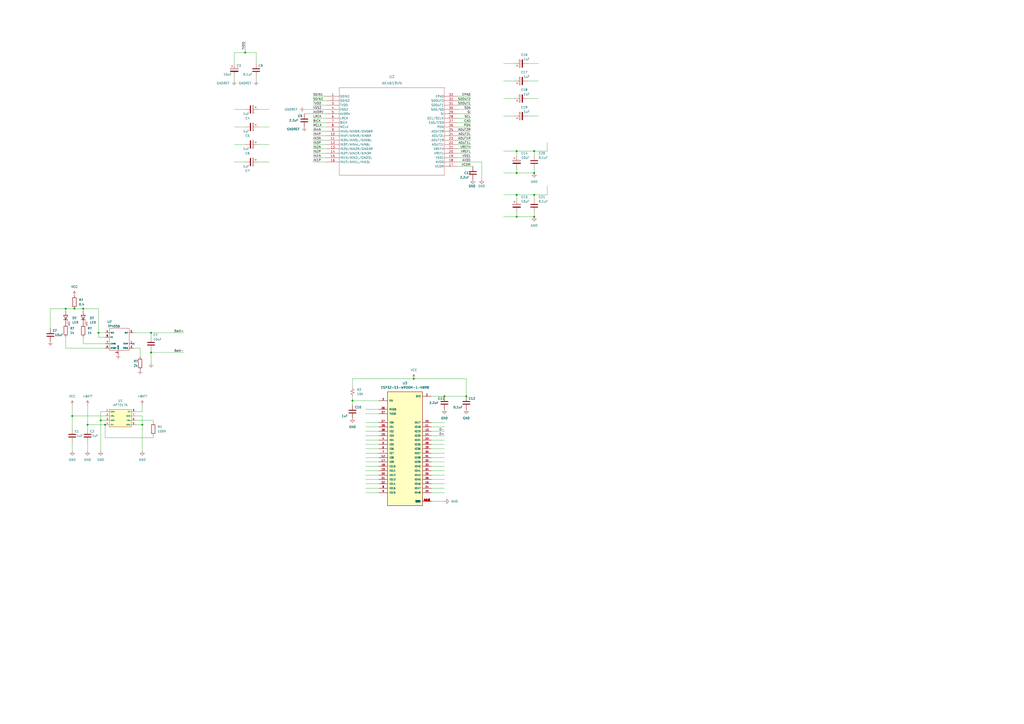
<source format=kicad_sch>
(kicad_sch (version 20211123) (generator eeschema)
  (paper "A2")
  (lib_symbols
    (symbol "2023-04-28_16-08-41:AK4619VN" (pin_names (offset 0.254))
      (property "Reference" "U" (at 38.1 10.16 0))
      (property "Value" "AK4619VN" (at 38.1 7.62 0))
      (symbol "AK4619VN_0_1"
        (polyline (pts (xy 7.62 -45.72) (xy 68.58 -45.72)) (stroke (width 0.127)))
        (polyline (pts (xy 7.62 5.08) (xy 7.62 -45.72)) (stroke (width 0.127)))
        (polyline (pts (xy 68.58 -45.72) (xy 68.58 5.08)) (stroke (width 0.127)))
        (polyline (pts (xy 68.58 5.08) (xy 7.62 5.08)) (stroke (width 0.127)))
        (pin unspecified line (at 0 0 0) (length 7.62) (name "SDIN1") (number "1"))
        (pin unspecified line (at 0 -22.86 0) (length 7.62) (name "IN4P/AIN4R/AIN6R") (number "10"))
        (pin unspecified line (at 0 -25.4 0) (length 7.62) (name "IN3N/AIN5L/GND6L") (number "11"))
        (pin unspecified line (at 0 -27.94 0) (length 7.62) (name "IN3P/AIN4L/AIN6L") (number "12"))
        (pin unspecified line (at 0 -30.48 0) (length 7.62) (name "IN2N/AIN2R/GND3R") (number "13"))
        (pin unspecified line (at 0 -33.02 0) (length 7.62) (name "IN2P/AIN1R/AIN3R") (number "14"))
        (pin unspecified line (at 0 -35.56 0) (length 7.62) (name "IN1N/AIN2L/GND3L") (number "15"))
        (pin unspecified line (at 0 -38.1 0) (length 7.62) (name "IN1P/AIN1L/AIN3L") (number "16"))
        (pin unspecified line (at 76.2 -40.64 180) (length 7.62) (name "VCOM") (number "17"))
        (pin unspecified line (at 76.2 -38.1 180) (length 7.62) (name "AVDD") (number "18"))
        (pin unspecified line (at 76.2 -35.56 180) (length 7.62) (name "VSS1") (number "19"))
        (pin unspecified line (at 0 -2.54 0) (length 7.62) (name "SDIN2") (number "2"))
        (pin unspecified line (at 76.2 -33.02 180) (length 7.62) (name "VREFL") (number "20"))
        (pin unspecified line (at 76.2 -30.48 180) (length 7.62) (name "VREFH") (number "21"))
        (pin unspecified line (at 76.2 -27.94 180) (length 7.62) (name "AOUT1L") (number "22"))
        (pin unspecified line (at 76.2 -25.4 180) (length 7.62) (name "AOUT1R") (number "23"))
        (pin unspecified line (at 76.2 -22.86 180) (length 7.62) (name "AOUT2L") (number "24"))
        (pin unspecified line (at 76.2 -20.32 180) (length 7.62) (name "AOUT2R") (number "25"))
        (pin unspecified line (at 76.2 -17.78 180) (length 7.62) (name "PDN") (number "26"))
        (pin unspecified line (at 76.2 -15.24 180) (length 7.62) (name "CAD/CSN") (number "27"))
        (pin unspecified line (at 76.2 -12.7 180) (length 7.62) (name "SCL/SCLK") (number "28"))
        (pin unspecified line (at 76.2 -10.16 180) (length 7.62) (name "SI") (number "29"))
        (pin unspecified line (at 0 -5.08 0) (length 7.62) (name "TVDD") (number "3"))
        (pin unspecified line (at 76.2 -7.62 180) (length 7.62) (name "SDA/SO") (number "30"))
        (pin unspecified line (at 76.2 -5.08 180) (length 7.62) (name "SDOUT1") (number "31"))
        (pin unspecified line (at 76.2 -2.54 180) (length 7.62) (name "SDOUT2") (number "32"))
        (pin unspecified line (at 76.2 0 180) (length 7.62) (name "EPAD") (number "33"))
        (pin unspecified line (at 0 -7.62 0) (length 7.62) (name "VSS2") (number "4"))
        (pin unspecified line (at 0 -10.16 0) (length 7.62) (name "AVDRV") (number "5"))
        (pin unspecified line (at 0 -12.7 0) (length 7.62) (name "LRCK") (number "6"))
        (pin unspecified line (at 0 -15.24 0) (length 7.62) (name "BICK") (number "7"))
        (pin unspecified line (at 0 -17.78 0) (length 7.62) (name "MCLK") (number "8"))
        (pin unspecified line (at 0 -20.32 0) (length 7.62) (name "IN4N/AIN5R/GND6R") (number "9"))
      )
    )
    (symbol "AP7217A:AP7217A"
      (property "Reference" "U1" (at 2.54 12.7 0))
      (property "Value" "AP7217A" (at 2.54 10.16 0))
      (symbol "AP7217A_0_1"
        (rectangle (start -3.81 7.62) (end 8.89 -2.54) (fill (type background)))
      )
      (symbol "AP7217A_1_1"
        (pin unspecified line (at -6.35 6.35 0) (length 2.54) (name "GND") (number "1"))
        (pin unspecified line (at -6.35 3.81 0) (length 2.54) (name "VRo") (number "2"))
        (pin unspecified line (at -6.35 1.27 0) (length 2.54) (name "GND") (number "3"))
        (pin unspecified line (at -6.35 -1.27 0) (length 2.54) (name "Vin") (number "4"))
        (pin unspecified line (at 11.43 -1.27 180) (length 2.54) (name "GND") (number "5"))
        (pin unspecified line (at 11.43 1.27 180) (length 2.54) (name "VDo") (number "6"))
        (pin unspecified line (at 11.43 3.81 180) (length 2.54) (name "GND") (number "7"))
        (pin unspecified line (at 11.43 6.35 180) (length 2.54) (name "EN") (number "8"))
      )
    )
    (symbol "Device:C" (pin_numbers hide) (pin_names (offset 0.254))
      (property "Reference" "C" (at 0.635 2.54 0))
      (property "Value" "C" (at 0.635 -2.54 0))
      (symbol "C_0_1"
        (polyline (pts (xy -2.032 -0.762) (xy 2.032 -0.762)) (stroke (width 0.508)))
        (polyline (pts (xy -2.032 0.762) (xy 2.032 0.762)) (stroke (width 0.508)))
      )
      (symbol "C_1_1"
        (pin passive line (at 0 3.81 270) (length 2.794) (name "~") (number "1"))
        (pin passive line (at 0 -3.81 90) (length 2.794) (name "~") (number "2"))
      )
    )
    (symbol "Device:C_Polarized" (pin_numbers hide) (pin_names (offset 0.254))
      (property "Reference" "C" (at 0.635 2.54 0))
      (property "Value" "C_Polarized" (at 0.635 -2.54 0))
      (symbol "C_Polarized_0_1"
        (rectangle (start -2.286 0.508) (end 2.286 1.016))
        (polyline (pts (xy -1.778 2.286) (xy -0.762 2.286)))
        (polyline (pts (xy -1.27 2.794) (xy -1.27 1.778)))
        (rectangle (start 2.286 -0.508) (end -2.286 -1.016) (fill (type outline)))
      )
      (symbol "C_Polarized_1_1"
        (pin passive line (at 0 3.81 270) (length 2.794) (name "~") (number "1"))
        (pin passive line (at 0 -3.81 90) (length 2.794) (name "~") (number "2"))
      )
    )
    (symbol "Device:LED" (pin_numbers hide) (pin_names (offset 1.016) hide)
      (property "Reference" "D" (at 0 2.54 0))
      (property "Value" "LED" (at 0 -2.54 0))
      (symbol "LED_0_1"
        (polyline (pts (xy -1.27 -1.27) (xy -1.27 1.27)) (stroke (width 0.254)))
        (polyline (pts (xy -1.27 0) (xy 1.27 0)))
        (polyline (pts (xy 1.27 -1.27) (xy 1.27 1.27) (xy -1.27 0) (xy 1.27 -1.27)) (stroke (width 0.254)))
        (polyline (pts (xy -3.048 -0.762) (xy -4.572 -2.286) (xy -3.81 -2.286) (xy -4.572 -2.286) (xy -4.572 -1.524)))
        (polyline (pts (xy -1.778 -0.762) (xy -3.302 -2.286) (xy -2.54 -2.286) (xy -3.302 -2.286) (xy -3.302 -1.524)))
      )
      (symbol "LED_1_1"
        (pin passive line (at -3.81 0 0) (length 2.54) (name "K") (number "1"))
        (pin passive line (at 3.81 0 180) (length 2.54) (name "A") (number "2"))
      )
    )
    (symbol "Device:R" (pin_numbers hide) (pin_names (offset 0))
      (property "Reference" "R" (at 2.032 0 90))
      (property "Value" "R" (at 0 0 90))
      (symbol "R_0_1"
        (rectangle (start -1.016 -2.54) (end 1.016 2.54) (stroke (width 0.254)))
      )
      (symbol "R_1_1"
        (pin passive line (at 0 3.81 270) (length 1.27) (name "~") (number "1"))
        (pin passive line (at 0 -3.81 90) (length 1.27) (name "~") (number "2"))
      )
    )
    (symbol "Device:R_Small_US" (pin_numbers hide) (pin_names (offset 0.254) hide)
      (property "Reference" "R" (at 0.762 0.508 0))
      (property "Value" "R_Small_US" (at 0.762 -1.016 0))
      (symbol "R_Small_US_1_1"
        (polyline (pts (xy 0 0) (xy 1.016 -0.381) (xy 0 -0.762) (xy -1.016 -1.143) (xy 0 -1.524)))
        (polyline (pts (xy 0 1.524) (xy 1.016 1.143) (xy 0 0.762) (xy -1.016 0.381) (xy 0 0)))
        (pin passive line (at 0 2.54 270) (length 1.016) (name "~") (number "1"))
        (pin passive line (at 0 -2.54 90) (length 1.016) (name "~") (number "2"))
      )
    )
    (symbol "ESP32-S3-WROOM-1-N8R8:ESP32-S3-WROOM-1-N8R8" (pin_names (offset 1.016))
      (property "Reference" "U" (at -10.16 34.1122 0))
      (property "Value" "ESP32-S3-WROOM-1-N8R8" (at -10.16 -35.56 0))
      (symbol "ESP32-S3-WROOM-1-N8R8_0_0"
        (rectangle (start -10.16 -33.02) (end 10.16 33.02) (stroke (width 0.254)) (fill (type background)))
        (pin power_in line (at 15.24 -30.48 180) (length 5.08) (name "GND") (number "1"))
        (pin bidirectional line (at 15.24 15.24 180) (length 5.08) (name "IO17") (number "10"))
        (pin bidirectional line (at 15.24 12.7 180) (length 5.08) (name "IO18") (number "11"))
        (pin bidirectional line (at -15.24 -5.08 0) (length 5.08) (name "IO8") (number "12"))
        (pin bidirectional line (at 15.24 10.16 180) (length 5.08) (name "IO19") (number "13"))
        (pin bidirectional line (at 15.24 7.62 180) (length 5.08) (name "IO20") (number "14"))
        (pin bidirectional line (at -15.24 7.62 0) (length 5.08) (name "IO3") (number "15"))
        (pin bidirectional line (at 15.24 -20.32 180) (length 5.08) (name "IO46") (number "16"))
        (pin bidirectional line (at -15.24 -7.62 0) (length 5.08) (name "IO9") (number "17"))
        (pin bidirectional line (at -15.24 -10.16 0) (length 5.08) (name "IO10") (number "18"))
        (pin bidirectional line (at -15.24 -12.7 0) (length 5.08) (name "IO11") (number "19"))
        (pin power_in line (at 15.24 30.48 180) (length 5.08) (name "3V3") (number "2"))
        (pin bidirectional line (at -15.24 -15.24 0) (length 5.08) (name "IO12") (number "20"))
        (pin bidirectional line (at -15.24 -17.78 0) (length 5.08) (name "IO13") (number "21"))
        (pin bidirectional line (at -15.24 -20.32 0) (length 5.08) (name "IO14") (number "22"))
        (pin bidirectional line (at 15.24 5.08 180) (length 5.08) (name "IO21") (number "23"))
        (pin bidirectional line (at 15.24 -22.86 180) (length 5.08) (name "IO47") (number "24"))
        (pin bidirectional line (at 15.24 -25.4 180) (length 5.08) (name "IO48") (number "25"))
        (pin bidirectional line (at 15.24 -17.78 180) (length 5.08) (name "IO45") (number "26"))
        (pin bidirectional line (at -15.24 15.24 0) (length 5.08) (name "IO0") (number "27"))
        (pin bidirectional line (at 15.24 2.54 180) (length 5.08) (name "IO35") (number "28"))
        (pin bidirectional line (at 15.24 0 180) (length 5.08) (name "IO36") (number "29"))
        (pin input line (at -15.24 27.94 0) (length 5.08) (name "EN") (number "3"))
        (pin bidirectional line (at 15.24 -2.54 180) (length 5.08) (name "IO37") (number "30"))
        (pin bidirectional line (at 15.24 -5.08 180) (length 5.08) (name "IO38") (number "31"))
        (pin bidirectional line (at 15.24 -7.62 180) (length 5.08) (name "IO39") (number "32"))
        (pin bidirectional line (at 15.24 -10.16 180) (length 5.08) (name "IO40") (number "33"))
        (pin bidirectional line (at 15.24 -12.7 180) (length 5.08) (name "IO41") (number "34"))
        (pin bidirectional line (at 15.24 -15.24 180) (length 5.08) (name "IO42") (number "35"))
        (pin bidirectional line (at -15.24 22.86 0) (length 5.08) (name "RXD0") (number "36"))
        (pin bidirectional line (at -15.24 20.32 0) (length 5.08) (name "TXD0") (number "37"))
        (pin bidirectional line (at -15.24 10.16 0) (length 5.08) (name "IO2") (number "38"))
        (pin bidirectional line (at -15.24 12.7 0) (length 5.08) (name "IO1") (number "39"))
        (pin bidirectional line (at -15.24 5.08 0) (length 5.08) (name "IO4") (number "4"))
        (pin power_in line (at 15.24 -30.48 180) (length 5.08) (name "GND") (number "40"))
        (pin power_in line (at 15.24 -30.48 180) (length 5.08) (name "GND") (number "41_1"))
        (pin power_in line (at 15.24 -30.48 180) (length 5.08) (name "GND") (number "41_2"))
        (pin power_in line (at 15.24 -30.48 180) (length 5.08) (name "GND") (number "41_3"))
        (pin power_in line (at 15.24 -30.48 180) (length 5.08) (name "GND") (number "41_4"))
        (pin power_in line (at 15.24 -30.48 180) (length 5.08) (name "GND") (number "41_5"))
        (pin power_in line (at 15.24 -30.48 180) (length 5.08) (name "GND") (number "41_6"))
        (pin power_in line (at 15.24 -30.48 180) (length 5.08) (name "GND") (number "41_7"))
        (pin power_in line (at 15.24 -30.48 180) (length 5.08) (name "GND") (number "41_8"))
        (pin power_in line (at 15.24 -30.48 180) (length 5.08) (name "GND") (number "41_9"))
        (pin bidirectional line (at -15.24 2.54 0) (length 5.08) (name "IO5") (number "5"))
        (pin bidirectional line (at -15.24 0 0) (length 5.08) (name "IO6") (number "6"))
        (pin bidirectional line (at -15.24 -2.54 0) (length 5.08) (name "IO7") (number "7"))
        (pin bidirectional line (at -15.24 -22.86 0) (length 5.08) (name "IO15") (number "8"))
        (pin bidirectional line (at -15.24 -25.4 0) (length 5.08) (name "IO16") (number "9"))
      )
    )
    (symbol "power:+BATT" (power) (pin_names (offset 0))
      (property "Value" "+BATT" (at 0 3.556 0))
      (symbol "+BATT_0_1"
        (polyline (pts (xy -0.762 1.27) (xy 0 2.54)))
        (polyline (pts (xy 0 0) (xy 0 2.54)))
        (polyline (pts (xy 0 2.54) (xy 0.762 1.27)))
      )
      (symbol "+BATT_1_1"
        (pin power_in line (at 0 0 90) (length 0) hide (name "+BATT") (number "1"))
      )
    )
    (symbol "power:GND" (power) (pin_names (offset 0))
      (property "Value" "GND" (at 0 -3.81 0))
      (symbol "GND_0_1"
        (polyline (pts (xy 0 0) (xy 0 -1.27) (xy 1.27 -1.27) (xy 0 -2.54) (xy -1.27 -1.27) (xy 0 -1.27)))
      )
      (symbol "GND_1_1"
        (pin power_in line (at 0 0 270) (length 0) hide (name "GND") (number "1"))
      )
    )
    (symbol "power:GNDREF" (power) (pin_names (offset 0))
      (property "Value" "GNDREF" (at 0 -3.81 0))
      (symbol "GNDREF_0_1"
        (polyline (pts (xy -0.635 -1.905) (xy 0.635 -1.905)))
        (polyline (pts (xy -0.127 -2.54) (xy 0.127 -2.54)))
        (polyline (pts (xy 0 -1.27) (xy 0 0)))
        (polyline (pts (xy 1.27 -1.27) (xy -1.27 -1.27)))
      )
      (symbol "GNDREF_1_1"
        (pin power_in line (at 0 0 270) (length 0) hide (name "GNDREF") (number "1"))
      )
    )
    (symbol "power:VCC" (power) (pin_names (offset 0))
      (property "Value" "VCC" (at 0 3.81 0))
      (symbol "VCC_0_1"
        (polyline (pts (xy -0.762 1.27) (xy 0 2.54)))
        (polyline (pts (xy 0 0) (xy 0 2.54)))
        (polyline (pts (xy 0 2.54) (xy 0.762 1.27)))
      )
      (symbol "VCC_1_1"
        (pin power_in line (at 0 0 90) (length 0) hide (name "VCC") (number "1"))
      )
    )
    (symbol "tp4056:TP4056"
      (property "Reference" "U" (at 11.43 3.81 0))
      (property "Value" "TP4056" (at 13.97 1.27 0))
      (symbol "TP4056_0_1"
        (rectangle (start 7.62 -12.7) (end 19.05 0))
      )
      (symbol "TP4056_1_1"
        (pin unspecified line (at 21.59 -8.89 180) (length 2.54) (name "TEMP") (number "1"))
        (pin unspecified line (at 21.59 -11.43 180) (length 2.54) (name "PROG") (number "2"))
        (pin unspecified line (at 12.7 -15.24 90) (length 2.54) (name "GND") (number "3"))
        (pin unspecified line (at 5.08 -2.54 0) (length 2.54) (name "VCC") (number "4"))
        (pin unspecified line (at 21.59 -2.54 180) (length 2.54) (name "BAT") (number "5"))
        (pin unspecified line (at 5.08 -11.43 0) (length 2.54) (name "STDBY") (number "6"))
        (pin unspecified line (at 5.08 -8.89 0) (length 2.54) (name "CHRG") (number "7"))
        (pin unspecified line (at 5.08 -5.08 0) (length 2.54) (name "CE") (number "8"))
      )
    )
  )
  (junction (at 50.8 246.38))
  (junction (at 57.15 193.04))
  (junction (at 309.88 87.63))
  (junction (at 41.91 241.3))
  (junction (at 204.47 232.41))
  (junction (at 309.88 113.03))
  (junction (at 257.81 229.87))
  (junction (at 142.24 30.48))
  (junction (at 60.96 246.38))
  (junction (at 299.72 100.33))
  (junction (at 309.88 100.33))
  (junction (at 38.1 179.07))
  (junction (at 299.72 87.63))
  (junction (at 299.72 125.73))
  (junction (at 309.88 125.73))
  (junction (at 43.18 179.07))
  (junction (at 48.26 179.07))
  (junction (at 270.51 229.87))
  (junction (at 87.63 204.47))
  (junction (at 240.03 219.71))
  (junction (at 299.72 113.03))
  (junction (at 82.55 246.38))
  (junction (at 87.63 193.04))
  (junction (at 58.42 243.84))
  (no_connect (at 77.47 199.39))
  (wire (pts (xy 292.1 57.15) (xy 298.45 57.15)))
  (wire (pts (xy 142.24 63.5) (xy 135.89 63.5)))
  (wire (pts (xy 250.19 285.75) (xy 257.81 285.75)))
  (wire (pts (xy 48.26 195.58) (xy 48.26 199.39)))
  (wire (pts (xy 50.8 246.38) (xy 60.96 246.38)))
  (wire (pts (xy 306.07 57.15) (xy 312.42 57.15)))
  (wire (pts (xy 219.71 252.73) (xy 212.09 252.73)))
  (wire (pts (xy 58.42 243.84) (xy 60.96 243.84)))
  (wire (pts (xy 299.72 113.03) (xy 309.88 113.03)))
  (wire (pts (xy 156.21 93.98) (xy 149.86 93.98)))
  (wire (pts (xy 265.43 68.58) (xy 273.05 68.58)))
  (wire (pts (xy 57.15 193.04) (xy 60.96 193.04)))
  (wire (pts (xy 176.53 66.04) (xy 189.23 66.04)))
  (wire (pts (xy 219.71 273.05) (xy 212.09 273.05)))
  (wire (pts (xy 265.43 55.88) (xy 273.05 55.88)))
  (wire (pts (xy 250.19 278.13) (xy 257.81 278.13)))
  (wire (pts (xy 189.23 76.2) (xy 181.61 76.2)))
  (wire (pts (xy 219.71 270.51) (xy 212.09 270.51)))
  (wire (pts (xy 299.72 125.73) (xy 309.88 125.73)))
  (wire (pts (xy 189.23 71.12) (xy 181.61 71.12)))
  (wire (pts (xy 306.07 67.31) (xy 312.42 67.31)))
  (wire (pts (xy 265.43 91.44) (xy 273.05 91.44)))
  (wire (pts (xy 306.07 46.99) (xy 312.42 46.99)))
  (wire (pts (xy 58.42 243.84) (xy 58.42 261.62)))
  (wire (pts (xy 250.19 270.51) (xy 257.81 270.51)))
  (wire (pts (xy 299.72 123.19) (xy 299.72 125.73)))
  (wire (pts (xy 219.71 285.75) (xy 212.09 285.75)))
  (wire (pts (xy 309.88 113.03) (xy 309.88 115.57)))
  (wire (pts (xy 299.72 87.63) (xy 309.88 87.63)))
  (wire (pts (xy 292.1 36.83) (xy 298.45 36.83)))
  (wire (pts (xy 265.43 60.96) (xy 273.05 60.96)))
  (wire (pts (xy 219.71 278.13) (xy 212.09 278.13)))
  (wire (pts (xy 176.53 63.5) (xy 189.23 63.5)))
  (wire (pts (xy 219.71 262.89) (xy 212.09 262.89)))
  (wire (pts (xy 309.88 100.33) (xy 309.88 97.79)))
  (wire (pts (xy 219.71 283.21) (xy 212.09 283.21)))
  (wire (pts (xy 250.19 255.27) (xy 257.81 255.27)))
  (wire (pts (xy 38.1 201.93) (xy 60.96 201.93)))
  (wire (pts (xy 77.47 201.93) (xy 81.28 201.93)))
  (wire (pts (xy 78.74 241.3) (xy 82.55 241.3)))
  (wire (pts (xy 88.9 254) (xy 60.96 254)))
  (wire (pts (xy 270.51 229.87) (xy 270.51 219.71)))
  (wire (pts (xy 299.72 87.63) (xy 299.72 90.17)))
  (wire (pts (xy 240.03 219.71) (xy 204.47 219.71)))
  (wire (pts (xy 265.43 93.98) (xy 279.4 93.98)))
  (wire (pts (xy 87.63 204.47) (xy 87.63 210.82)))
  (wire (pts (xy 60.96 195.58) (xy 57.15 195.58)))
  (wire (pts (xy 219.71 260.35) (xy 212.09 260.35)))
  (wire (pts (xy 250.19 273.05) (xy 257.81 273.05)))
  (wire (pts (xy 189.23 58.42) (xy 181.61 58.42)))
  (wire (pts (xy 250.19 262.89) (xy 257.81 262.89)))
  (wire (pts (xy 317.5 113.03) (xy 317.5 107.95)))
  (wire (pts (xy 309.88 87.63) (xy 317.5 87.63)))
  (wire (pts (xy 250.19 280.67) (xy 257.81 280.67)))
  (wire (pts (xy 41.91 261.62) (xy 41.91 256.54)))
  (wire (pts (xy 292.1 125.73) (xy 299.72 125.73)))
  (wire (pts (xy 189.23 86.36) (xy 181.61 86.36)))
  (wire (pts (xy 219.71 275.59) (xy 212.09 275.59)))
  (wire (pts (xy 58.42 238.76) (xy 58.42 243.84)))
  (wire (pts (xy 87.63 203.2) (xy 87.63 204.47)))
  (wire (pts (xy 265.43 88.9) (xy 273.05 88.9)))
  (wire (pts (xy 50.8 261.62) (xy 50.8 256.54)))
  (wire (pts (xy 265.43 73.66) (xy 273.05 73.66)))
  (wire (pts (xy 265.43 96.52) (xy 274.32 96.52)))
  (wire (pts (xy 78.74 238.76) (xy 82.55 238.76)))
  (wire (pts (xy 250.19 229.87) (xy 257.81 229.87)))
  (wire (pts (xy 189.23 88.9) (xy 181.61 88.9)))
  (wire (pts (xy 250.19 290.83) (xy 257.81 290.83)))
  (wire (pts (xy 60.96 238.76) (xy 58.42 238.76)))
  (wire (pts (xy 219.71 237.49) (xy 212.09 237.49)))
  (wire (pts (xy 148.59 36.83) (xy 148.59 30.48)))
  (wire (pts (xy 148.59 30.48) (xy 142.24 30.48)))
  (wire (pts (xy 292.1 67.31) (xy 298.45 67.31)))
  (wire (pts (xy 41.91 241.3) (xy 60.96 241.3)))
  (wire (pts (xy 82.55 246.38) (xy 82.55 261.62)))
  (wire (pts (xy 38.1 179.07) (xy 38.1 180.34)))
  (wire (pts (xy 219.71 280.67) (xy 212.09 280.67)))
  (wire (pts (xy 142.24 93.98) (xy 135.89 93.98)))
  (wire (pts (xy 142.24 30.48) (xy 135.89 30.48)))
  (wire (pts (xy 88.9 243.84) (xy 78.74 243.84)))
  (wire (pts (xy 265.43 76.2) (xy 273.05 76.2)))
  (wire (pts (xy 142.24 73.66) (xy 135.89 73.66)))
  (wire (pts (xy 250.19 257.81) (xy 257.81 257.81)))
  (wire (pts (xy 88.9 252.73) (xy 88.9 254)))
  (wire (pts (xy 292.1 113.03) (xy 299.72 113.03)))
  (wire (pts (xy 87.63 204.47) (xy 106.68 204.47)))
  (wire (pts (xy 265.43 66.04) (xy 273.05 66.04)))
  (wire (pts (xy 250.19 247.65) (xy 257.81 247.65)))
  (wire (pts (xy 219.71 245.11) (xy 212.09 245.11)))
  (wire (pts (xy 219.71 250.19) (xy 212.09 250.19)))
  (wire (pts (xy 265.43 78.74) (xy 273.05 78.74)))
  (wire (pts (xy 309.88 87.63) (xy 309.88 90.17)))
  (wire (pts (xy 299.72 97.79) (xy 299.72 100.33)))
  (wire (pts (xy 257.81 229.87) (xy 270.51 229.87)))
  (wire (pts (xy 265.43 58.42) (xy 273.05 58.42)))
  (wire (pts (xy 265.43 63.5) (xy 273.05 63.5)))
  (wire (pts (xy 250.19 252.73) (xy 257.81 252.73)))
  (wire (pts (xy 189.23 73.66) (xy 181.61 73.66)))
  (wire (pts (xy 48.26 199.39) (xy 60.96 199.39)))
  (wire (pts (xy 219.71 255.27) (xy 212.09 255.27)))
  (wire (pts (xy 299.72 113.03) (xy 299.72 115.57)))
  (wire (pts (xy 299.72 100.33) (xy 309.88 100.33)))
  (wire (pts (xy 38.1 179.07) (xy 29.21 179.07)))
  (wire (pts (xy 48.26 179.07) (xy 43.18 179.07)))
  (wire (pts (xy 81.28 201.93) (xy 81.28 207.01)))
  (wire (pts (xy 48.26 179.07) (xy 48.26 180.34)))
  (wire (pts (xy 250.19 260.35) (xy 257.81 260.35)))
  (wire (pts (xy 48.26 179.07) (xy 57.15 179.07)))
  (wire (pts (xy 250.19 265.43) (xy 257.81 265.43)))
  (wire (pts (xy 204.47 219.71) (xy 204.47 224.79)))
  (wire (pts (xy 219.71 257.81) (xy 212.09 257.81)))
  (wire (pts (xy 309.88 113.03) (xy 317.5 113.03)))
  (wire (pts (xy 292.1 87.63) (xy 299.72 87.63)))
  (wire (pts (xy 189.23 60.96) (xy 181.61 60.96)))
  (wire (pts (xy 156.21 63.5) (xy 149.86 63.5)))
  (wire (pts (xy 189.23 78.74) (xy 181.61 78.74)))
  (wire (pts (xy 204.47 232.41) (xy 219.71 232.41)))
  (wire (pts (xy 250.19 275.59) (xy 257.81 275.59)))
  (wire (pts (xy 270.51 219.71) (xy 240.03 219.71)))
  (wire (pts (xy 156.21 73.66) (xy 149.86 73.66)))
  (wire (pts (xy 189.23 81.28) (xy 181.61 81.28)))
  (wire (pts (xy 250.19 245.11) (xy 257.81 245.11)))
  (wire (pts (xy 189.23 83.82) (xy 181.61 83.82)))
  (wire (pts (xy 57.15 193.04) (xy 57.15 179.07)))
  (wire (pts (xy 77.47 193.04) (xy 87.63 193.04)))
  (wire (pts (xy 189.23 68.58) (xy 181.61 68.58)))
  (wire (pts (xy 204.47 229.87) (xy 204.47 232.41)))
  (wire (pts (xy 309.88 125.73) (xy 309.88 123.19)))
  (wire (pts (xy 82.55 241.3) (xy 82.55 246.38)))
  (wire (pts (xy 142.24 24.13) (xy 142.24 30.48)))
  (wire (pts (xy 189.23 91.44) (xy 181.61 91.44)))
  (wire (pts (xy 265.43 71.12) (xy 273.05 71.12)))
  (wire (pts (xy 317.5 87.63) (xy 317.5 82.55)))
  (wire (pts (xy 78.74 246.38) (xy 82.55 246.38)))
  (wire (pts (xy 41.91 241.3) (xy 41.91 248.92)))
  (wire (pts (xy 265.43 81.28) (xy 273.05 81.28)))
  (wire (pts (xy 250.19 283.21) (xy 257.81 283.21)))
  (wire (pts (xy 148.59 44.45) (xy 148.59 46.99)))
  (wire (pts (xy 292.1 100.33) (xy 299.72 100.33)))
  (wire (pts (xy 279.4 93.98) (xy 279.4 104.14)))
  (wire (pts (xy 82.55 238.76) (xy 82.55 234.95)))
  (wire (pts (xy 219.71 240.03) (xy 212.09 240.03)))
  (wire (pts (xy 87.63 193.04) (xy 106.68 193.04)))
  (wire (pts (xy 41.91 234.95) (xy 41.91 241.3)))
  (wire (pts (xy 219.71 265.43) (xy 212.09 265.43)))
  (wire (pts (xy 250.19 250.19) (xy 257.81 250.19)))
  (wire (pts (xy 38.1 195.58) (xy 38.1 201.93)))
  (wire (pts (xy 57.15 195.58) (xy 57.15 193.04)))
  (wire (pts (xy 135.89 30.48) (xy 135.89 36.83)))
  (wire (pts (xy 135.89 44.45) (xy 135.89 46.99)))
  (wire (pts (xy 189.23 55.88) (xy 181.61 55.88)))
  (wire (pts (xy 292.1 46.99) (xy 298.45 46.99)))
  (wire (pts (xy 265.43 83.82) (xy 273.05 83.82)))
  (wire (pts (xy 204.47 232.41) (xy 204.47 234.95)))
  (wire (pts (xy 219.71 247.65) (xy 212.09 247.65)))
  (wire (pts (xy 29.21 179.07) (xy 29.21 190.5)))
  (wire (pts (xy 156.21 83.82) (xy 149.86 83.82)))
  (wire (pts (xy 250.19 267.97) (xy 257.81 267.97)))
  (wire (pts (xy 43.18 179.07) (xy 38.1 179.07)))
  (wire (pts (xy 88.9 245.11) (xy 88.9 243.84)))
  (wire (pts (xy 219.71 267.97) (xy 212.09 267.97)))
  (wire (pts (xy 60.96 254) (xy 60.96 246.38)))
  (wire (pts (xy 87.63 193.04) (xy 87.63 195.58)))
  (wire (pts (xy 189.23 93.98) (xy 181.61 93.98)))
  (wire (pts (xy 306.07 36.83) (xy 312.42 36.83)))
  (wire (pts (xy 50.8 234.95) (xy 50.8 246.38)))
  (wire (pts (xy 50.8 248.92) (xy 50.8 246.38)))
  (wire (pts (xy 142.24 83.82) (xy 135.89 83.82)))
  (wire (pts (xy 265.43 86.36) (xy 273.05 86.36)))
  (label "AOUT1L" (at 273.05 83.82 180))
  (label "AOUT2L" (at 273.05 78.74 180))
  (label "IN2P" (at 181.61 88.9 0))
  (label "IN4N" (at 181.61 76.2 0))
  (label "D-" (at 257.81 250.19 180))
  (label "SDOUT1" (at 273.05 60.96 180))
  (label "IN1P" (at 181.61 93.98 0))
  (label "SDIN2" (at 181.61 58.42 0))
  (label "LRCK" (at 181.61 68.58 0))
  (label "SI" (at 273.05 66.04 180))
  (label "SDA" (at 273.05 63.5 180))
  (label "VREFL" (at 273.05 88.9 180))
  (label "TVDD" (at 142.24 24.13 270))
  (label "EPAD" (at 273.05 55.88 180))
  (label "SDIN1" (at 181.61 55.88 0))
  (label "PDN" (at 273.05 73.66 180))
  (label "IN2N" (at 181.61 86.36 0))
  (label "IN4P" (at 181.61 78.74 0))
  (label "SCL" (at 273.05 68.58 180))
  (label "IN3N" (at 181.61 81.28 0))
  (label "D+" (at 257.81 252.73 180))
  (label "MCLK" (at 181.61 73.66 0))
  (label "AVDRV" (at 181.61 66.04 0))
  (label "AOUT2R" (at 273.05 76.2 180))
  (label "Batt+" (at 106.68 193.04 180))
  (label "IN1N" (at 181.61 91.44 0))
  (label "TVDD" (at 181.61 60.96 0))
  (label "VSS1" (at 273.05 91.44 180))
  (label "AVDD" (at 273.05 93.98 180))
  (label "CAD" (at 273.05 71.12 180))
  (label "VSS2" (at 181.61 63.5 0))
  (label "BICK" (at 181.61 71.12 0))
  (label "VCOM" (at 273.05 96.52 180))
  (label "VREFH" (at 273.05 86.36 180))
  (label "IN3P" (at 181.61 83.82 0))
  (label "AOUT1R" (at 273.05 81.28 180))
  (label "Batt-" (at 106.68 204.47 180))
  (label "SDOUT2" (at 273.05 58.42 180))
  (symbol (lib_id "Device:R") (at 88.9 248.92 0) (unit 1)
    (property "Reference" "R1" (at 91.44 247.6499 0) (effects (justify left)))
    (property "Value" "100K" (at 91.44 250.1899 0) (effects (justify left)))
  )
  (symbol (lib_id "Device:C") (at 274.32 100.33 180) (unit 1)
    (property "Reference" "C13" (at 269.24 100.33 0) (effects (justify right)))
    (property "Value" "2.2uF" (at 266.7 102.87 0) (effects (justify right)))
    (property "Footprint" "Capacitor_SMD:C_0805_2012Metric" (effects hide))
  )
  (symbol (lib_id "Device:C_Polarized") (at 299.72 93.98 0) (unit 1)
    (property "Reference" "C14" (at 302.26 88.9 0) (effects (justify left)))
    (property "Value" "10uF" (at 302.26 91.44 0) (effects (justify left)))
    (property "Footprint" "Capacitor_SMD:C_0805_2012Metric" (effects hide))
  )
  (symbol (lib_id "Device:C") (at 41.91 252.73 180) (unit 1)
    (property "Reference" "C1" (at 43.18 250.19 0) (effects (justify right)))
    (property "Value" "1uF" (at 44.45 252.73 0) (effects (justify right)))
    (property "Footprint" "Capacitor_SMD:C_0805_2012Metric" (effects hide))
  )
  (symbol (lib_id "AP7217A:AP7217A") (at 67.31 245.11 0) (unit 1)
    (property "Reference" "U1" (at 69.85 232.41 0))
    (property "Value" "AP7217A" (at 69.85 234.95 0))
    (property "Footprint" "AP7217A:SOIC127P600X175-8N" (effects hide))
  )
  (symbol (lib_id "Device:LED") (at 48.26 184.15 90) (unit 1)
    (property "Reference" "D?" (at 52.07 184.4674 90) (effects (justify right)))
    (property "Value" "LED" (at 52.07 187.0074 90) (effects (justify right)))
  )
  (symbol (lib_id "Device:C") (at 50.8 252.73 180) (unit 1)
    (property "Reference" "C2" (at 52.07 250.19 0) (effects (justify right)))
    (property "Value" "1uF" (at 53.34 252.73 0) (effects (justify right)))
    (property "Footprint" "Capacitor_SMD:C_0805_2012Metric" (effects hide))
  )
  (symbol (lib_id "power:GND") (at 257.81 290.83 90) (unit 1)
    (property "Reference" "#PWR0120" (effects hide))
    (property "Value" "GND" (at 261.62 290.8299 90) (effects (justify right)))
  )
  (symbol (lib_id "power:GND") (at 270.51 237.49 0) (unit 1)
    (property "Reference" "#PWR0113" (effects hide))
    (property "Value" "GND" (at 270.51 242.57 0))
  )
  (symbol (lib_id "power:GNDREF") (at 176.53 63.5 270) (unit 1)
    (property "Reference" "#PWR0112" (effects hide))
    (property "Value" "GNDREF" (at 172.72 63.4999 90) (effects (justify right)))
  )
  (symbol (lib_id "Device:C") (at 176.53 69.85 180) (unit 1)
    (property "Reference" "C9" (at 172.72 67.31 0) (effects (justify right)))
    (property "Value" "2.2uF" (at 167.64 69.85 0) (effects (justify right)))
    (property "Footprint" "Capacitor_SMD:C_0805_2012Metric" (effects hide))
  )
  (symbol (lib_id "tp4056:TP4056") (at 55.88 190.5 0) (unit 1)
    (property "Reference" "U?" (at 63.5 186.69 0))
    (property "Value" "TP4056" (at 66.04 189.23 0))
    (property "Footprint" "Package_SO:SOP-8_3.9x4.9mm_P1.27mm" (effects hide))
  )
  (symbol (lib_id "Device:C") (at 257.81 233.68 180) (unit 1)
    (property "Reference" "C11" (at 254 231.14 0) (effects (justify right)))
    (property "Value" "2.2uF" (at 248.92 233.68 0) (effects (justify right)))
    (property "Footprint" "Capacitor_SMD:C_0805_2012Metric" (effects hide))
  )
  (symbol (lib_id "Device:C_Polarized") (at 146.05 73.66 270) (unit 1)
    (property "Reference" "C5" (at 142.24 78.74 90) (effects (justify left)))
    (property "Value" "1uF" (at 140.97 76.2 90) (effects (justify left)))
    (property "Footprint" "Capacitor_SMD:C_0805_2012Metric" (effects hide))
  )
  (symbol (lib_id "Device:C_Polarized") (at 146.05 83.82 270) (unit 1)
    (property "Reference" "C6" (at 142.24 88.9 90) (effects (justify left)))
    (property "Value" "1uF" (at 140.97 86.36 90) (effects (justify left)))
    (property "Footprint" "Capacitor_SMD:C_0805_2012Metric" (effects hide))
  )
  (symbol (lib_id "Device:R") (at 38.1 191.77 0) (unit 1)
    (property "Reference" "R?" (at 40.64 190.4999 0) (effects (justify left)))
    (property "Value" "1k" (at 40.64 193.0399 0) (effects (justify left)))
  )
  (symbol (lib_id "ESP32-S3-WROOM-1-N8R8:ESP32-S3-WROOM-1-N8R8") (at 234.95 260.35 0) (unit 1)
    (property "Reference" "U3" (at 234.95 222.25 0))
    (property "Value" "ESP32-S3-WROOM-1-N8R8" (at 234.95 224.79 0))
    (property "Footprint" "ESP32-S3 Module:XCVR_ESP32S3WROOM1N8R8" (effects hide))
    (property "DESCRIPTION" "Bluetooth, WiFi 802.11b/g/n, Bluetooth v5.0 Transceiver Module 2.4GHz PCB Trace Surface Mount" (effects hide))
    (property "MP" "ESP32S3WROOM1N8R8" (effects hide))
    (property "PRICE" "None" (effects hide))
    (property "MF" "Espressif Systems" (effects hide))
    (property "AVAILABILITY" "In Stock" (effects hide))
    (property "PURCHASE-URL" "https://pricing.snapeda.com/search/part/ESP32S3WROOM1N8R8/?ref=eda" (effects hide))
    (property "PACKAGE" "SMD-41 Espressif Systems" (effects hide))
  )
  (symbol (lib_id "2023-04-28_16-08-41:AK4619VN") (at 189.23 55.88 0) (unit 1)
    (property "Reference" "U2" (at 227.33 44.45 0) (effects (font (size 1.524 1.524))))
    (property "Value" "AK4619VN" (at 227.33 48.26 0) (effects (font (size 1.524 1.524))))
    (property "Footprint" "AK4619VN:AK4619VN_AKM" (effects hide))
    (property "Datasheet" "AK4619VN" (effects hide))
  )
  (symbol (lib_id "Device:C") (at 87.63 199.39 180) (unit 1)
    (property "Reference" "C?" (at 88.9 194.31 0) (effects (justify right)))
    (property "Value" "10uF" (at 88.9 196.85 0) (effects (justify right)))
    (property "Footprint" "Capacitor_SMD:C_0805_2012Metric" (effects hide))
  )
  (symbol (lib_id "power:GND") (at 50.8 261.62 0) (unit 1)
    (property "Reference" "#PWR0104" (effects hide))
    (property "Value" "GND" (at 50.8 266.7 0))
  )
  (symbol (lib_id "power:GNDREF") (at 176.53 73.66 0) (unit 1)
    (property "Reference" "#PWR0111" (effects hide))
    (property "Value" "GNDREF" (at 166.37 74.93 0) (effects (justify left)))
  )
  (symbol (lib_id "power:+BATT") (at 82.55 234.95 0) (unit 1)
    (property "Reference" "#PWR0101" (effects hide))
    (property "Value" "+BATT" (at 82.55 229.87 0))
  )
  (symbol (lib_id "Device:C_Polarized") (at 302.26 36.83 90) (unit 1)
    (property "Reference" "C16" (at 306.07 31.75 90) (effects (justify left)))
    (property "Value" "1uF" (at 307.34 34.29 90) (effects (justify left)))
    (property "Footprint" "Capacitor_SMD:C_0805_2012Metric" (effects hide))
  )
  (symbol (lib_id "power:GND") (at 309.88 100.33 0) (unit 1)
    (property "Reference" "#PWR0109" (effects hide))
    (property "Value" "GND" (at 309.88 105.41 0))
  )
  (symbol (lib_id "Device:C") (at 204.47 238.76 180) (unit 1)
    (property "Reference" "C10" (at 205.74 236.22 0) (effects (justify right)))
    (property "Value" "1uF" (at 198.12 241.3 0) (effects (justify right)))
    (property "Footprint" "Capacitor_SMD:C_0805_2012Metric" (effects hide))
  )
  (symbol (lib_id "power:+BATT") (at 50.8 234.95 0) (unit 1)
    (property "Reference" "#PWR0106" (effects hide))
    (property "Value" "+BATT" (at 50.8 229.87 0))
  )
  (symbol (lib_id "Device:C_Polarized") (at 146.05 93.98 270) (unit 1)
    (property "Reference" "C7" (at 142.24 99.06 90) (effects (justify left)))
    (property "Value" "1uF" (at 140.97 96.52 90) (effects (justify left)))
    (property "Footprint" "Capacitor_SMD:C_0805_2012Metric" (effects hide))
  )
  (symbol (lib_id "Device:R") (at 81.28 210.82 180) (unit 1)
    (property "Reference" "R?" (at 77.47 209.55 0) (effects (justify right)))
    (property "Value" "2k" (at 77.47 212.09 0) (effects (justify right)))
  )
  (symbol (lib_id "power:GNDREF") (at 87.63 210.82 0) (unit 1)
    (property "Reference" "#PWR?" (effects hide))
    (property "Value" "GNDREF" (effects hide))
  )
  (symbol (lib_id "Device:R") (at 48.26 191.77 0) (unit 1)
    (property "Reference" "R?" (at 50.8 190.4999 0) (effects (justify left)))
    (property "Value" "1k" (at 50.8 193.0399 0) (effects (justify left)))
  )
  (symbol (lib_id "Device:C_Polarized") (at 302.26 67.31 90) (unit 1)
    (property "Reference" "C19" (at 306.07 62.23 90) (effects (justify left)))
    (property "Value" "1uF" (at 307.34 64.77 90) (effects (justify left)))
    (property "Footprint" "Capacitor_SMD:C_0805_2012Metric" (effects hide))
  )
  (symbol (lib_id "power:GND") (at 82.55 261.62 0) (unit 1)
    (property "Reference" "#PWR0107" (effects hide))
    (property "Value" "GND" (at 82.55 266.7 0))
  )
  (symbol (lib_id "Device:R_Small_US") (at 204.47 227.33 0) (unit 1)
    (property "Reference" "R2" (at 207.01 226.0599 0) (effects (justify left)))
    (property "Value" "10K" (at 207.01 228.5999 0) (effects (justify left)))
  )
  (symbol (lib_id "Device:C_Polarized") (at 299.72 119.38 0) (unit 1)
    (property "Reference" "C15" (at 302.26 114.3 0) (effects (justify left)))
    (property "Value" "10uF" (at 302.26 116.84 0) (effects (justify left)))
    (property "Footprint" "Capacitor_SMD:C_0805_2012Metric" (effects hide))
  )
  (symbol (lib_id "Device:C_Polarized") (at 302.26 46.99 90) (unit 1)
    (property "Reference" "C17" (at 306.07 41.91 90) (effects (justify left)))
    (property "Value" "1uF" (at 307.34 44.45 90) (effects (justify left)))
    (property "Footprint" "Capacitor_SMD:C_0805_2012Metric" (effects hide))
  )
  (symbol (lib_id "power:GNDREF") (at 29.21 198.12 0) (unit 1)
    (property "Reference" "#PWR?" (effects hide))
    (property "Value" "GNDREF" (effects hide))
  )
  (symbol (lib_id "power:GND") (at 309.88 125.73 0) (unit 1)
    (property "Reference" "#PWR0110" (effects hide))
    (property "Value" "GND" (at 309.88 130.81 0))
  )
  (symbol (lib_id "Device:C") (at 309.88 119.38 180) (unit 1)
    (property "Reference" "C21" (at 312.42 114.3 0) (effects (justify right)))
    (property "Value" "0.1uF" (at 312.42 116.84 0) (effects (justify right)))
    (property "Footprint" "Capacitor_SMD:C_0805_2012Metric" (effects hide))
  )
  (symbol (lib_id "power:GND") (at 274.32 104.14 0) (unit 1)
    (property "Reference" "#PWR0118" (effects hide))
    (property "Value" "GND" (at 271.78 107.95 0) (effects (justify left)))
  )
  (symbol (lib_id "Device:C_Polarized") (at 146.05 63.5 270) (unit 1)
    (property "Reference" "C4" (at 142.24 68.58 90) (effects (justify left)))
    (property "Value" "1uF" (at 140.97 66.04 90) (effects (justify left)))
    (property "Footprint" "Capacitor_SMD:C_0805_2012Metric" (effects hide))
  )
  (symbol (lib_id "power:VCC") (at 41.91 234.95 0) (unit 1)
    (property "Reference" "#PWR0105" (effects hide))
    (property "Value" "VCC" (at 41.91 229.87 0))
  )
  (symbol (lib_id "Device:R") (at 43.18 175.26 0) (unit 1)
    (property "Reference" "R?" (at 45.72 173.9899 0) (effects (justify left)))
    (property "Value" "0.4" (at 45.72 176.5299 0) (effects (justify left)))
  )
  (symbol (lib_id "power:GND") (at 279.4 104.14 0) (unit 1)
    (property "Reference" "#PWR0119" (effects hide))
    (property "Value" "GND" (at 279.4 107.95 0))
  )
  (symbol (lib_id "power:GNDREF") (at 81.28 214.63 0) (unit 1)
    (property "Reference" "#PWR?" (effects hide))
    (property "Value" "GNDREF" (effects hide))
  )
  (symbol (lib_id "Device:C") (at 29.21 194.31 180) (unit 1)
    (property "Reference" "C?" (at 30.48 191.77 0) (effects (justify right)))
    (property "Value" "10uF" (at 31.75 194.31 0) (effects (justify right)))
    (property "Footprint" "Capacitor_SMD:C_0805_2012Metric" (effects hide))
  )
  (symbol (lib_id "Device:C_Polarized") (at 302.26 57.15 90) (unit 1)
    (property "Reference" "C18" (at 306.07 52.07 90) (effects (justify left)))
    (property "Value" "1uF" (at 307.34 54.61 90) (effects (justify left)))
    (property "Footprint" "Capacitor_SMD:C_0805_2012Metric" (effects hide))
  )
  (symbol (lib_id "Device:C") (at 148.59 40.64 180) (unit 1)
    (property "Reference" "C8" (at 149.86 38.1 0) (effects (justify right)))
    (property "Value" "0.1uF" (at 140.97 43.18 0) (effects (justify right)))
    (property "Footprint" "Capacitor_SMD:C_0805_2012Metric" (effects hide))
  )
  (symbol (lib_id "power:GND") (at 257.81 237.49 0) (unit 1)
    (property "Reference" "#PWR0114" (effects hide))
    (property "Value" "GND" (at 257.81 242.57 0))
  )
  (symbol (lib_id "power:VCC") (at 240.03 219.71 0) (unit 1)
    (property "Reference" "#PWR0115" (effects hide))
    (property "Value" "VCC" (at 240.03 214.63 0))
  )
  (symbol (lib_id "power:GNDREF") (at 148.59 46.99 0) (unit 1)
    (property "Reference" "#PWR0117" (effects hide))
    (property "Value" "GNDREF" (at 138.43 48.26 0) (effects (justify left)))
  )
  (symbol (lib_id "power:GNDREF") (at 68.58 205.74 0) (unit 1)
    (property "Reference" "#PWR?" (effects hide))
    (property "Value" "GNDREF" (effects hide))
  )
  (symbol (lib_id "power:GND") (at 58.42 261.62 0) (unit 1)
    (property "Reference" "#PWR0102" (effects hide))
    (property "Value" "GND" (at 58.42 266.7 0))
  )
  (symbol (lib_id "power:GND") (at 204.47 242.57 0) (unit 1)
    (property "Reference" "#PWR0121" (effects hide))
    (property "Value" "GND" (at 204.47 247.65 0))
  )
  (symbol (lib_id "Device:C_Polarized") (at 135.89 40.64 0) (unit 1)
    (property "Reference" "C3" (at 137.16 38.1 0) (effects (justify left)))
    (property "Value" "10uF" (at 129.54 43.18 0) (effects (justify left)))
    (property "Footprint" "Capacitor_SMD:C_0805_2012Metric" (effects hide))
  )
  (symbol (lib_id "Device:LED") (at 38.1 184.15 90) (unit 1)
    (property "Reference" "D?" (at 41.91 184.4674 90) (effects (justify right)))
    (property "Value" "LED" (at 41.91 187.0074 90) (effects (justify right)))
  )
  (symbol (lib_id "power:GND") (at 41.91 261.62 0) (unit 1)
    (property "Reference" "#PWR0103" (effects hide))
    (property "Value" "GND" (at 41.91 266.7 0))
  )
  (symbol (lib_id "power:GNDREF") (at 135.89 46.99 0) (unit 1)
    (property "Reference" "#PWR0116" (effects hide))
    (property "Value" "GNDREF" (at 125.73 48.26 0) (effects (justify left)))
  )
  (symbol (lib_id "Device:C") (at 309.88 93.98 180) (unit 1)
    (property "Reference" "C20" (at 312.42 88.9 0) (effects (justify right)))
    (property "Value" "0.1uF" (at 312.42 91.44 0) (effects (justify right)))
    (property "Footprint" "Capacitor_SMD:C_0805_2012Metric" (effects hide))
  )
  (symbol (lib_id "power:VCC") (at 43.18 171.45 0) (unit 1)
    (property "Reference" "#PWR?" (effects hide))
    (property "Value" "VCC" (at 43.18 166.37 0))
  )
  (symbol (lib_id "Device:C") (at 270.51 233.68 180) (unit 1)
    (property "Reference" "C12" (at 271.78 231.14 0) (effects (justify right)))
    (property "Value" "0.1uF" (at 262.89 236.22 0) (effects (justify right)))
    (property "Footprint" "Capacitor_SMD:C_0805_2012Metric" (effects hide))
  )
)
</source>
